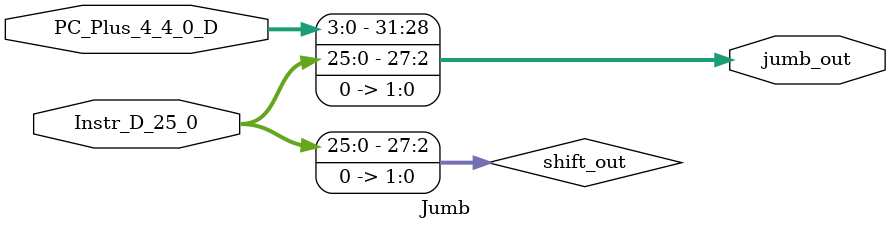
<source format=v>
module Jumb (Instr_D_25_0,PC_Plus_4_4_0_D,jumb_out);
input [25:0] Instr_D_25_0;
input [3:0] PC_Plus_4_4_0_D;
output [31:0] jumb_out;
wire [27:0] shift_out;

assign shift_out = Instr_D_25_0 << 2;
assign jumb_out = {PC_Plus_4_4_0_D,shift_out};
endmodule

</source>
